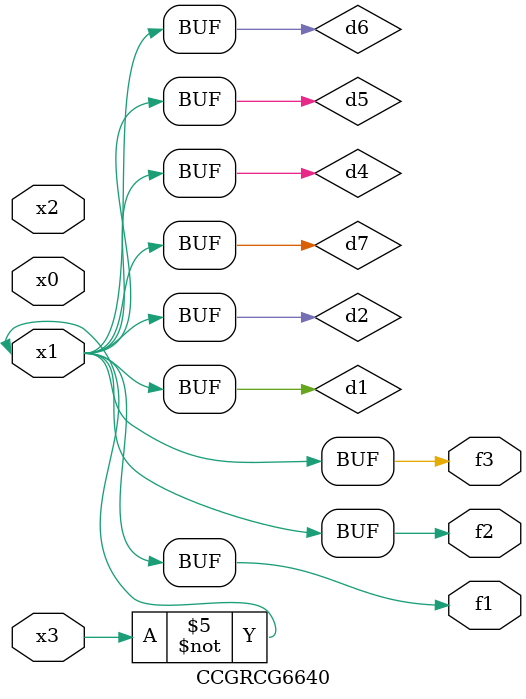
<source format=v>
module CCGRCG6640(
	input x0, x1, x2, x3,
	output f1, f2, f3
);

	wire d1, d2, d3, d4, d5, d6, d7;

	not (d1, x3);
	buf (d2, x1);
	xnor (d3, d1, d2);
	nor (d4, d1);
	buf (d5, d1, d2);
	buf (d6, d4, d5);
	nand (d7, d4);
	assign f1 = d6;
	assign f2 = d7;
	assign f3 = d6;
endmodule

</source>
